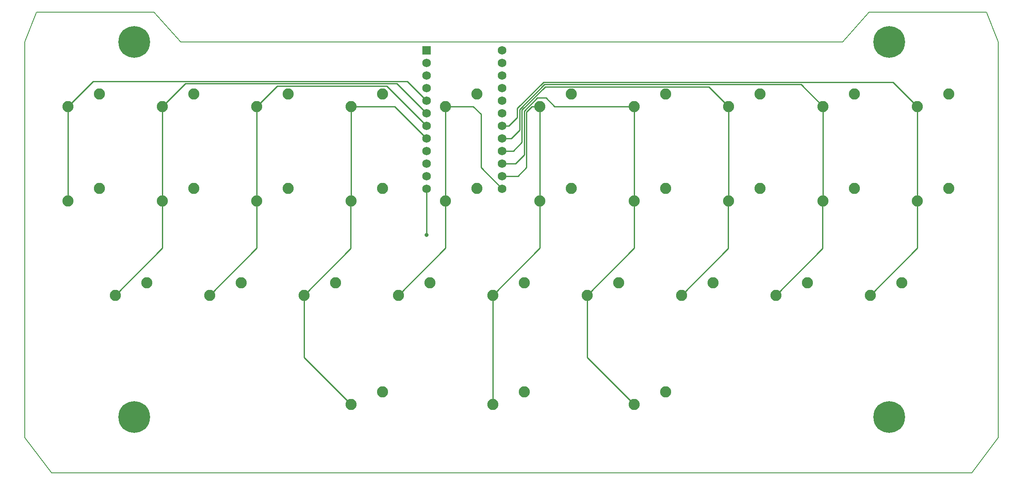
<source format=gbr>
G04 #@! TF.GenerationSoftware,KiCad,Pcbnew,(5.1.9)-1*
G04 #@! TF.CreationDate,2021-09-28T02:04:04-07:00*
G04 #@! TF.ProjectId,keyboard,6b657962-6f61-4726-942e-6b696361645f,rev?*
G04 #@! TF.SameCoordinates,Original*
G04 #@! TF.FileFunction,Copper,L1,Top*
G04 #@! TF.FilePolarity,Positive*
%FSLAX46Y46*%
G04 Gerber Fmt 4.6, Leading zero omitted, Abs format (unit mm)*
G04 Created by KiCad (PCBNEW (5.1.9)-1) date 2021-09-28 02:04:04*
%MOMM*%
%LPD*%
G01*
G04 APERTURE LIST*
G04 #@! TA.AperFunction,Profile*
%ADD10C,0.200000*%
G04 #@! TD*
G04 #@! TA.AperFunction,ComponentPad*
%ADD11C,2.250000*%
G04 #@! TD*
G04 #@! TA.AperFunction,ComponentPad*
%ADD12R,1.752600X1.752600*%
G04 #@! TD*
G04 #@! TA.AperFunction,ComponentPad*
%ADD13C,1.752600*%
G04 #@! TD*
G04 #@! TA.AperFunction,ConnectorPad*
%ADD14C,6.400000*%
G04 #@! TD*
G04 #@! TA.AperFunction,ComponentPad*
%ADD15C,3.600000*%
G04 #@! TD*
G04 #@! TA.AperFunction,ViaPad*
%ADD16C,0.800000*%
G04 #@! TD*
G04 #@! TA.AperFunction,Conductor*
%ADD17C,0.250000*%
G04 #@! TD*
G04 APERTURE END LIST*
D10*
X47481250Y-13000000D02*
X181118750Y-13000000D01*
X186500000Y-7000000D02*
X181118750Y-13000000D01*
X186500000Y-7000000D02*
X210168750Y-7000000D01*
X212550000Y-13000000D02*
X210168750Y-7000000D01*
X42100000Y-7000000D02*
X47481250Y-13000000D01*
X16050000Y-13000000D02*
X18431250Y-7000000D01*
X207168750Y-100000000D02*
X212550000Y-92868750D01*
X16050000Y-92868750D02*
X21431250Y-100000000D01*
X18431250Y-7000000D02*
X42100000Y-7000000D01*
X212550000Y-13000000D02*
X212550000Y-92868750D01*
X207168750Y-100000000D02*
X21431250Y-100000000D01*
X16050000Y-92868750D02*
X16050000Y-13000000D01*
D11*
X88265000Y-83645000D03*
X81915000Y-86185000D03*
X145415000Y-83645000D03*
X139065000Y-86185000D03*
X110490000Y-86185000D03*
X116840000Y-83645000D03*
X31115000Y-23495000D03*
X24765000Y-26035000D03*
X50165000Y-23495000D03*
X43815000Y-26035000D03*
X69215000Y-23495000D03*
X62865000Y-26035000D03*
X88265000Y-23495000D03*
X81915000Y-26035000D03*
X107315000Y-23495000D03*
X100965000Y-26035000D03*
X126365000Y-23495000D03*
X120015000Y-26035000D03*
X145415000Y-23495000D03*
X139065000Y-26035000D03*
X164465000Y-23495000D03*
X158115000Y-26035000D03*
X183515000Y-23495000D03*
X177165000Y-26035000D03*
X202565000Y-23495000D03*
X196215000Y-26035000D03*
X31115000Y-42545000D03*
X24765000Y-45085000D03*
X50165000Y-42545000D03*
X43815000Y-45085000D03*
X69215000Y-42545000D03*
X62865000Y-45085000D03*
X88265000Y-42545000D03*
X81915000Y-45085000D03*
X107315000Y-42545000D03*
X100965000Y-45085000D03*
X126365000Y-42545000D03*
X120015000Y-45085000D03*
X145415000Y-42545000D03*
X139065000Y-45085000D03*
X164465000Y-42545000D03*
X158115000Y-45085000D03*
X183515000Y-42545000D03*
X177165000Y-45085000D03*
X202565000Y-42545000D03*
X196215000Y-45085000D03*
X40640000Y-61595000D03*
X34290000Y-64135000D03*
X59690000Y-61595000D03*
X53340000Y-64135000D03*
X78740000Y-61595000D03*
X72390000Y-64135000D03*
X97790000Y-61595000D03*
X91440000Y-64135000D03*
X116840000Y-61595000D03*
X110490000Y-64135000D03*
X135890000Y-61595000D03*
X129540000Y-64135000D03*
X154940000Y-61595000D03*
X148590000Y-64135000D03*
X173990000Y-61595000D03*
X167640000Y-64135000D03*
X193040000Y-61595000D03*
X186690000Y-64135000D03*
D12*
X97129600Y-14706600D03*
D13*
X97129600Y-17246600D03*
X97129600Y-19786600D03*
X97129600Y-22326600D03*
X97129600Y-24866600D03*
X97129600Y-27406600D03*
X97129600Y-29946600D03*
X97129600Y-32486600D03*
X97129600Y-35026600D03*
X97129600Y-37566600D03*
X97129600Y-40106600D03*
X112369600Y-42646600D03*
X112369600Y-40106600D03*
X112369600Y-37566600D03*
X112369600Y-35026600D03*
X112369600Y-32486600D03*
X112369600Y-29946600D03*
X112369600Y-27406600D03*
X112369600Y-24866600D03*
X112369600Y-22326600D03*
X112369600Y-19786600D03*
X112369600Y-17246600D03*
X97129600Y-42646600D03*
X112369600Y-14706600D03*
D14*
X190500000Y-88725000D03*
D15*
X190500000Y-88725000D03*
D14*
X38100000Y-88725000D03*
D15*
X38100000Y-88725000D03*
D14*
X190500000Y-13000000D03*
D15*
X190500000Y-13000000D03*
D14*
X38100000Y-13000000D03*
D15*
X38100000Y-13000000D03*
D16*
X97129600Y-51968400D03*
D17*
X24765000Y-45085000D02*
X24765000Y-26035000D01*
X24765000Y-26035000D02*
X29819600Y-20980400D01*
X93243400Y-20980400D02*
X97129600Y-24866600D01*
X29819600Y-20980400D02*
X93243400Y-20980400D01*
X43815000Y-54610000D02*
X43815000Y-45085000D01*
X34290000Y-64135000D02*
X43815000Y-54610000D01*
X43815000Y-45085000D02*
X43815000Y-26035000D01*
X43815000Y-26035000D02*
X48419589Y-21430411D01*
X48419589Y-21430411D02*
X91153411Y-21430411D01*
X91153411Y-21430411D02*
X97129600Y-27406600D01*
X62865000Y-54610000D02*
X62865000Y-45085000D01*
X53340000Y-64135000D02*
X62865000Y-54610000D01*
X62865000Y-45085000D02*
X62865000Y-26035000D01*
X89063422Y-21880422D02*
X96253301Y-29070301D01*
X62865000Y-26035000D02*
X67019578Y-21880422D01*
X67019578Y-21880422D02*
X89063422Y-21880422D01*
X96253301Y-29070301D02*
X97129600Y-29946600D01*
X72390000Y-76660000D02*
X72390000Y-64135000D01*
X81915000Y-86185000D02*
X72390000Y-76660000D01*
X81845001Y-45154999D02*
X81915000Y-45085000D01*
X81845001Y-54679999D02*
X81845001Y-45154999D01*
X72390000Y-64135000D02*
X81845001Y-54679999D01*
X81915000Y-45085000D02*
X81915000Y-26035000D01*
X90678000Y-26035000D02*
X97129600Y-32486600D01*
X81915000Y-26035000D02*
X90678000Y-26035000D01*
X100965000Y-54610000D02*
X100965000Y-45085000D01*
X91440000Y-64135000D02*
X100965000Y-54610000D01*
X100965000Y-28068998D02*
X100965000Y-26035000D01*
X100965000Y-45085000D02*
X100965000Y-28068998D01*
X108102400Y-38379400D02*
X112369600Y-42646600D01*
X108102400Y-27584400D02*
X108102400Y-38379400D01*
X106553000Y-26035000D02*
X108102400Y-27584400D01*
X100965000Y-26035000D02*
X106553000Y-26035000D01*
X110490000Y-86185000D02*
X110490000Y-64135000D01*
X120015000Y-54610000D02*
X120015000Y-45085000D01*
X110490000Y-64135000D02*
X120015000Y-54610000D01*
X120015000Y-28068998D02*
X120015000Y-26035000D01*
X120015000Y-45085000D02*
X120015000Y-28068998D01*
X117297200Y-27161810D02*
X117297200Y-38379400D01*
X115570000Y-40106600D02*
X112369600Y-40106600D01*
X118424010Y-26035000D02*
X117297200Y-27161810D01*
X117297200Y-38379400D02*
X115570000Y-40106600D01*
X120015000Y-26035000D02*
X118424010Y-26035000D01*
X129540000Y-76660000D02*
X129540000Y-64135000D01*
X139065000Y-86185000D02*
X129540000Y-76660000D01*
X139065000Y-54610000D02*
X139065000Y-45085000D01*
X129540000Y-64135000D02*
X139065000Y-54610000D01*
X139065000Y-45085000D02*
X139065000Y-26035000D01*
X115062000Y-37566600D02*
X112369600Y-37566600D01*
X116847189Y-26975410D02*
X116847189Y-35781411D01*
X121234200Y-24307800D02*
X119514799Y-24307800D01*
X116847189Y-35781411D02*
X115062000Y-37566600D01*
X119514799Y-24307800D02*
X116847189Y-26975410D01*
X122961400Y-26035000D02*
X121234200Y-24307800D01*
X139065000Y-26035000D02*
X122961400Y-26035000D01*
X158045001Y-45154999D02*
X158115000Y-45085000D01*
X158045001Y-54679999D02*
X158045001Y-45154999D01*
X148590000Y-64135000D02*
X158045001Y-54679999D01*
X158115000Y-45085000D02*
X158115000Y-26035000D01*
X154124999Y-22044999D02*
X158115000Y-26035000D01*
X121112221Y-22044999D02*
X154124999Y-22044999D01*
X116397178Y-26760042D02*
X121112221Y-22044999D01*
X116397178Y-33259622D02*
X116397178Y-26760042D01*
X114630200Y-35026600D02*
X116397178Y-33259622D01*
X112369600Y-35026600D02*
X114630200Y-35026600D01*
X177165000Y-26035000D02*
X177165000Y-45085000D01*
X177095001Y-45154999D02*
X177165000Y-45085000D01*
X177095001Y-54679999D02*
X177095001Y-45154999D01*
X167640000Y-64135000D02*
X177095001Y-54679999D01*
X172724990Y-21594990D02*
X177165000Y-26035000D01*
X120925820Y-21594990D02*
X172724990Y-21594990D01*
X115900201Y-26620609D02*
X120925820Y-21594990D01*
X115900201Y-30835599D02*
X115900201Y-26620609D01*
X114249200Y-32486600D02*
X115900201Y-30835599D01*
X112369600Y-32486600D02*
X114249200Y-32486600D01*
X196215000Y-54610000D02*
X196215000Y-45085000D01*
X186690000Y-64135000D02*
X196215000Y-54610000D01*
X196215000Y-45085000D02*
X196215000Y-26035000D01*
X191324979Y-21144979D02*
X196215000Y-26035000D01*
X120739421Y-21144979D02*
X191324979Y-21144979D01*
X115450190Y-26434210D02*
X120739421Y-21144979D01*
X115450190Y-28237610D02*
X115450190Y-26434210D01*
X113741200Y-29946600D02*
X115450190Y-28237610D01*
X112369600Y-29946600D02*
X113741200Y-29946600D01*
X97129600Y-42646600D02*
X97129600Y-51968400D01*
M02*

</source>
